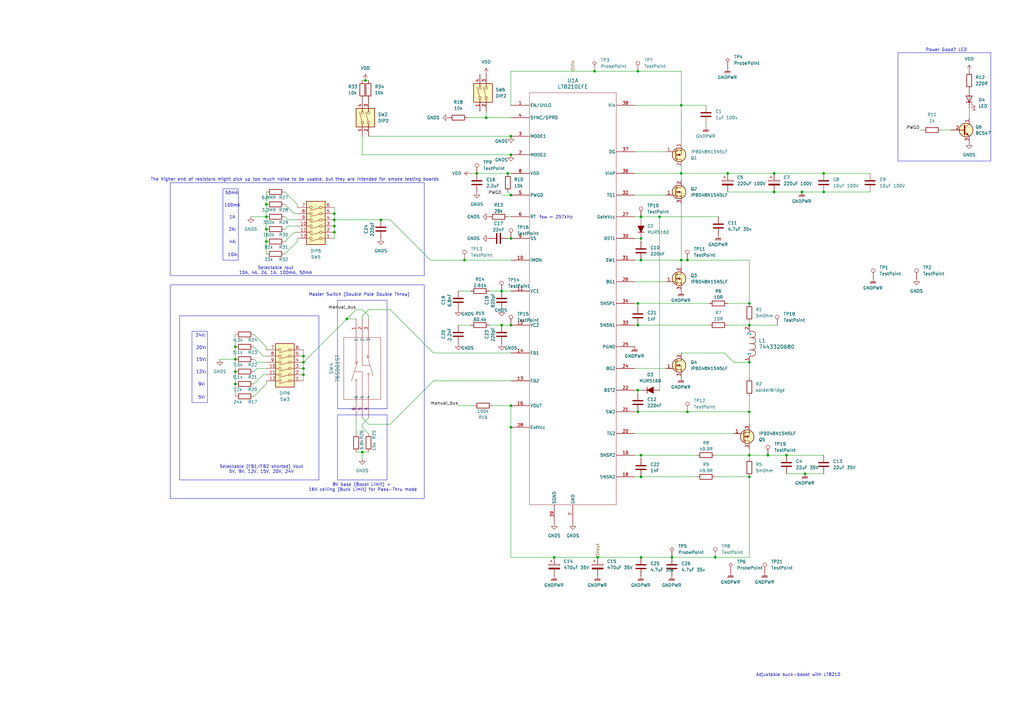
<source format=kicad_sch>
(kicad_sch (version 20250114) (generator "eeschema") (generator_version "9.0")
  (paper "A3")
  (rectangle (start 69.85 116.84) (end 173.99 204.47))
  (rectangle (start 138.43 170.18) (end 158.75 196.85))
  (rectangle (start 368.3 21.59) (end 406.4 66.04))
  (rectangle (start 73.66 129.54) (end 130.81 196.85))
  (rectangle (start 69.85 74.93) (end 173.99 113.03))
  (rectangle (start 78.74 135.89) (end 85.09 165.1))
  (rectangle (start 91.44 77.47) (end 97.79 106.68))
  (rectangle (start 138.43 123.19) (end 158.75 167.64))
  (text "1A" (at 95.25 89.154 0) (effects (font (size 1.27 1.27))))
  (text "Power Good? LED" (at 388.112 20.574 0) (effects (font (size 1.27 1.27))))
  (text "20V:" (at 82.55 142.748 0) (effects (font (size 1.27 1.27))))
  (text "5V:\n" (at 82.804 163.068 0) (effects (font (size 1.27 1.27))))
  (text "Selectable (FB1/FB2 shorted) Vout\n5V, 9V, 12V, 15V, 20V, 24V" (at 107.188 192.532 0) (effects (font (size 1.27 1.27))))
  (text "100mA" (at 95.25 84.328 0) (effects (font (size 1.27 1.27))))
  (text "fsw = 257kHz" (at 228.092 89.154 0) (effects (font (size 1.27 1.27))))
  (text "8V base (Boost Limit) + \n16V ceiling (Buck Limit) for Pass-Thru mode" (at 148.844 199.898 0) (effects (font (size 1.27 1.27))))
  (text "4A:" (at 95.504 99.314 0) (effects (font (size 1.27 1.27))))
  (text "12V:" (at 82.55 152.654 0) (effects (font (size 1.27 1.27))))
  (text "24V:" (at 82.296 137.668 0) (effects (font (size 1.27 1.27))))
  (text "10A:" (at 95.504 104.648 0) (effects (font (size 1.27 1.27))))
  (text "15V:" (at 82.55 147.574 0) (effects (font (size 1.27 1.27))))
  (text "2A:" (at 95.25 94.234 0) (effects (font (size 1.27 1.27))))
  (text "Adjustable buck-boost with LT8210" (at 327.406 276.86 0) (effects (font (size 1.27 1.27))))
  (text "The higher end of resistors might pick up too much noise to be usable, but they are intended for smoke testing boards" (at 120.904 73.66 0) (effects (font (size 1.27 1.27))))
  (text "9V:" (at 82.804 157.734 0) (effects (font (size 1.27 1.27))))
  (text "Selectable Iout\n10A, 4A, 2A, 1A, 100mA, 50mA" (at 113.03 110.998 0) (effects (font (size 1.27 1.27))))
  (text "50mA" (at 94.996 79.248 0) (effects (font (size 1.27 1.27))))
  (text "Master Switch (Double Pole Double Throw)" (at 147.32 120.904 0) (effects (font (size 1.27 1.27))))
  (junction (at 262.89 195.58))
  (junction (at 307.34 168.91))
  (junction (at 137.16 95.25))
  (junction (at 109.22 99.06))
  (junction (at 275.59 228.6))
  (junction (at 195.58 71.12))
  (junction (at 328.93 78.74))
  (junction (at 262.89 106.68))
  (junction (at 109.22 93.98))
  (junction (at 279.4 106.68))
  (junction (at 262.89 97.79))
  (junction (at 124.46 151.13))
  (junction (at 124.46 153.67))
  (junction (at 205.74 119.38))
  (junction (at 337.82 78.74))
  (junction (at 137.16 90.17))
  (junction (at 209.55 97.79))
  (junction (at 307.34 195.58))
  (junction (at 307.34 133.35))
  (junction (at 209.55 133.35))
  (junction (at 137.16 92.71))
  (junction (at 190.5 106.68))
  (junction (at 270.51 88.9))
  (junction (at 209.55 63.5))
  (junction (at 243.84 29.21))
  (junction (at 149.86 33.02))
  (junction (at 109.22 88.9))
  (junction (at 262.89 186.69))
  (junction (at 96.52 152.4))
  (junction (at 314.96 186.69))
  (junction (at 279.4 43.18))
  (junction (at 279.4 71.12))
  (junction (at 209.55 55.88))
  (junction (at 245.11 228.6))
  (junction (at 148.59 185.42))
  (junction (at 209.55 175.26))
  (junction (at 227.33 228.6))
  (junction (at 205.74 133.35))
  (junction (at 307.34 124.46))
  (junction (at 337.82 71.12))
  (junction (at 96.52 157.48))
  (junction (at 156.21 90.17))
  (junction (at 281.94 168.91))
  (junction (at 261.62 133.35))
  (junction (at 208.28 71.12))
  (junction (at 109.22 83.82))
  (junction (at 298.45 71.12))
  (junction (at 261.62 168.91))
  (junction (at 261.62 124.46))
  (junction (at 293.37 228.6))
  (junction (at 330.2 194.31))
  (junction (at 96.52 147.32))
  (junction (at 261.62 160.02))
  (junction (at 307.34 186.69))
  (junction (at 209.55 166.37))
  (junction (at 262.89 228.6))
  (junction (at 96.52 142.24))
  (junction (at 124.46 146.05))
  (junction (at 317.5 71.12))
  (junction (at 322.58 186.69))
  (junction (at 142.24 130.81))
  (junction (at 261.62 29.21))
  (junction (at 199.39 48.26))
  (junction (at 137.16 87.63))
  (junction (at 281.94 106.68))
  (junction (at 317.5 78.74))
  (junction (at 307.34 148.59))
  (junction (at 209.55 80.01))
  (junction (at 124.46 148.59))
  (junction (at 262.89 88.9))
  (wire (pts (xy 105.41 148.59) (xy 104.14 147.32)))
  (wire (pts (xy 146.05 171.45) (xy 146.05 177.8)))
  (wire (pts (xy 260.35 124.46) (xy 261.62 124.46)))
  (wire (pts (xy 297.18 144.78) (xy 300.99 148.59)))
  (wire (pts (xy 118.11 90.17) (xy 116.84 88.9)))
  (wire (pts (xy 160.02 173.99) (xy 177.8 156.21)))
  (wire (pts (xy 260.35 71.12) (xy 279.4 71.12)))
  (wire (pts (xy 148.59 33.02) (xy 149.86 33.02)))
  (wire (pts (xy 270.51 88.9) (xy 294.64 88.9)))
  (wire (pts (xy 261.62 168.91) (xy 281.94 168.91)))
  (wire (pts (xy 137.16 90.17) (xy 137.16 87.63)))
  (wire (pts (xy 109.22 99.06) (xy 109.22 93.98)))
  (wire (pts (xy 279.4 43.18) (xy 289.56 43.18)))
  (wire (pts (xy 151.13 127) (xy 160.02 127)))
  (wire (pts (xy 151.13 171.45) (xy 148.59 173.99)))
  (wire (pts (xy 279.4 43.18) (xy 279.4 58.42)))
  (wire (pts (xy 109.22 88.9) (xy 102.87 88.9)))
  (wire (pts (xy 260.35 43.18) (xy 279.4 43.18)))
  (wire (pts (xy 109.22 93.98) (xy 109.22 88.9)))
  (wire (pts (xy 121.92 90.17) (xy 118.11 90.17)))
  (wire (pts (xy 107.95 146.05) (xy 104.14 142.24)))
  (wire (pts (xy 262.89 195.58) (xy 285.75 195.58)))
  (wire (pts (xy 281.94 106.68) (xy 307.34 106.68)))
  (wire (pts (xy 260.35 62.23) (xy 273.05 62.23)))
  (wire (pts (xy 208.28 71.12) (xy 209.55 71.12)))
  (wire (pts (xy 262.89 88.9) (xy 270.51 88.9)))
  (wire (pts (xy 148.59 63.5) (xy 209.55 63.5)))
  (wire (pts (xy 261.62 124.46) (xy 290.83 124.46)))
  (wire (pts (xy 330.2 194.31) (xy 337.82 194.31)))
  (wire (pts (xy 142.24 130.81) (xy 146.05 127)))
  (wire (pts (xy 314.96 186.69) (xy 322.58 186.69)))
  (wire (pts (xy 205.74 80.01) (xy 209.55 80.01)))
  (wire (pts (xy 322.58 194.31) (xy 330.2 194.31)))
  (wire (pts (xy 307.34 132.08) (xy 307.34 133.35)))
  (wire (pts (xy 208.28 88.9) (xy 209.55 88.9)))
  (wire (pts (xy 209.55 106.68) (xy 190.5 106.68)))
  (wire (pts (xy 298.45 124.46) (xy 307.34 124.46)))
  (wire (pts (xy 205.74 119.38) (xy 209.55 119.38)))
  (wire (pts (xy 275.59 228.6) (xy 293.37 228.6)))
  (wire (pts (xy 121.92 83.82) (xy 116.84 78.74)))
  (wire (pts (xy 151.13 173.99) (xy 160.02 173.99)))
  (wire (pts (xy 121.92 85.09) (xy 121.92 83.82)))
  (wire (pts (xy 209.55 166.37) (xy 209.55 175.26)))
  (wire (pts (xy 146.05 130.81) (xy 142.24 130.81)))
  (wire (pts (xy 261.62 160.02) (xy 261.62 161.29)))
  (wire (pts (xy 262.89 88.9) (xy 262.89 90.17)))
  (wire (pts (xy 146.05 185.42) (xy 148.59 185.42)))
  (wire (pts (xy 262.89 186.69) (xy 262.89 187.96)))
  (wire (pts (xy 260.35 133.35) (xy 261.62 133.35)))
  (wire (pts (xy 307.34 184.15) (xy 307.34 186.69)))
  (wire (pts (xy 397.51 44.45) (xy 397.51 48.26)))
  (wire (pts (xy 307.34 195.58) (xy 307.34 228.6)))
  (wire (pts (xy 124.46 151.13) (xy 124.46 148.59)))
  (wire (pts (xy 262.89 106.68) (xy 279.4 106.68)))
  (wire (pts (xy 279.4 144.78) (xy 297.18 144.78)))
  (wire (pts (xy 260.35 97.79) (xy 262.89 97.79)))
  (wire (pts (xy 208.28 97.79) (xy 209.55 97.79)))
  (wire (pts (xy 187.96 166.37) (xy 194.31 166.37)))
  (wire (pts (xy 124.46 146.05) (xy 124.46 143.51)))
  (wire (pts (xy 377.19 53.34) (xy 378.46 53.34)))
  (wire (pts (xy 243.84 29.21) (xy 261.62 29.21)))
  (wire (pts (xy 279.4 71.12) (xy 298.45 71.12)))
  (wire (pts (xy 322.58 186.69) (xy 337.82 186.69)))
  (wire (pts (xy 386.08 53.34) (xy 389.89 53.34)))
  (wire (pts (xy 109.22 146.05) (xy 107.95 146.05)))
  (wire (pts (xy 160.02 127) (xy 177.8 144.78)))
  (wire (pts (xy 190.5 106.68) (xy 176.53 106.68)))
  (wire (pts (xy 156.21 90.17) (xy 137.16 90.17)))
  (wire (pts (xy 261.62 133.35) (xy 290.83 133.35)))
  (wire (pts (xy 109.22 156.21) (xy 109.22 157.48)))
  (wire (pts (xy 109.22 104.14) (xy 109.22 99.06)))
  (wire (pts (xy 109.22 88.9) (xy 109.22 83.82)))
  (wire (pts (xy 209.55 80.01) (xy 208.28 78.74)))
  (wire (pts (xy 307.34 133.35) (xy 318.77 133.35)))
  (wire (pts (xy 176.53 106.68) (xy 160.02 90.17)))
  (wire (pts (xy 298.45 71.12) (xy 317.5 71.12)))
  (wire (pts (xy 227.33 228.6) (xy 245.11 228.6)))
  (wire (pts (xy 260.35 195.58) (xy 262.89 195.58)))
  (wire (pts (xy 317.5 71.12) (xy 337.82 71.12)))
  (wire (pts (xy 200.66 119.38) (xy 205.74 119.38)))
  (wire (pts (xy 121.92 87.63) (xy 120.65 87.63)))
  (wire (pts (xy 279.4 71.12) (xy 279.4 73.66)))
  (wire (pts (xy 245.11 228.6) (xy 262.89 228.6)))
  (wire (pts (xy 279.4 106.68) (xy 281.94 106.68)))
  (wire (pts (xy 120.65 87.63) (xy 116.84 83.82)))
  (wire (pts (xy 148.59 175.26) (xy 151.13 177.8)))
  (wire (pts (xy 260.35 160.02) (xy 261.62 160.02)))
  (wire (pts (xy 209.55 29.21) (xy 209.55 43.18)))
  (wire (pts (xy 260.35 186.69) (xy 262.89 186.69)))
  (wire (pts (xy 109.22 142.24) (xy 104.14 137.16)))
  (wire (pts (xy 124.46 148.59) (xy 142.24 130.81)))
  (wire (pts (xy 261.62 124.46) (xy 261.62 125.73)))
  (wire (pts (xy 121.92 99.06) (xy 116.84 104.14)))
  (wire (pts (xy 109.22 148.59) (xy 105.41 148.59)))
  (wire (pts (xy 279.4 29.21) (xy 279.4 43.18)))
  (wire (pts (xy 109.22 143.51) (xy 109.22 142.24)))
  (wire (pts (xy 96.52 147.32) (xy 90.17 147.32)))
  (wire (pts (xy 96.52 142.24) (xy 96.52 137.16)))
  (wire (pts (xy 307.34 106.68) (xy 307.34 124.46)))
  (wire (pts (xy 209.55 228.6) (xy 227.33 228.6)))
  (wire (pts (xy 109.22 153.67) (xy 107.95 153.67)))
  (wire (pts (xy 109.22 151.13) (xy 105.41 151.13)))
  (wire (pts (xy 260.35 151.13) (xy 273.05 151.13)))
  (wire (pts (xy 307.34 148.59) (xy 307.34 154.94)))
  (wire (pts (xy 148.59 171.45) (xy 151.13 173.99)))
  (wire (pts (xy 279.4 83.82) (xy 279.4 106.68)))
  (wire (pts (xy 191.77 48.26) (xy 199.39 48.26)))
  (wire (pts (xy 293.37 228.6) (xy 307.34 228.6)))
  (wire (pts (xy 307.34 186.69) (xy 314.96 186.69)))
  (wire (pts (xy 337.82 71.12) (xy 356.87 71.12)))
  (wire (pts (xy 298.45 78.74) (xy 317.5 78.74)))
  (wire (pts (xy 124.46 153.67) (xy 124.46 151.13)))
  (wire (pts (xy 105.41 151.13) (xy 104.14 152.4)))
  (wire (pts (xy 151.13 130.81) (xy 151.13 129.54)))
  (wire (pts (xy 187.96 119.38) (xy 193.04 119.38)))
  (wire (pts (xy 307.34 168.91) (xy 307.34 173.99)))
  (wire (pts (xy 148.59 173.99) (xy 148.59 175.26)))
  (wire (pts (xy 262.89 228.6) (xy 275.59 228.6)))
  (wire (pts (xy 148.59 185.42) (xy 151.13 185.42)))
  (wire (pts (xy 137.16 95.25) (xy 137.16 92.71)))
  (wire (pts (xy 195.58 71.12) (xy 208.28 71.12)))
  (wire (pts (xy 200.66 133.35) (xy 205.74 133.35)))
  (wire (pts (xy 121.92 92.71) (xy 118.11 92.71)))
  (wire (pts (xy 137.16 87.63) (xy 137.16 85.09)))
  (wire (pts (xy 307.34 162.56) (xy 307.34 168.91)))
  (wire (pts (xy 118.11 92.71) (xy 116.84 93.98)))
  (wire (pts (xy 177.8 144.78) (xy 209.55 144.78)))
  (wire (pts (xy 260.35 168.91) (xy 261.62 168.91)))
  (wire (pts (xy 148.59 55.88) (xy 148.59 63.5)))
  (wire (pts (xy 307.34 186.69) (xy 307.34 187.96)))
  (wire (pts (xy 148.59 130.81) (xy 148.59 129.54)))
  (wire (pts (xy 298.45 133.35) (xy 307.34 133.35)))
  (wire (pts (xy 187.96 133.35) (xy 193.04 133.35)))
  (wire (pts (xy 121.92 95.25) (xy 120.65 95.25)))
  (wire (pts (xy 260.35 177.8) (xy 300.99 177.8)))
  (wire (pts (xy 177.8 156.21) (xy 209.55 156.21)))
  (wire (pts (xy 293.37 195.58) (xy 307.34 195.58)))
  (wire (pts (xy 193.04 71.12) (xy 195.58 71.12)))
  (wire (pts (xy 124.46 156.21) (xy 124.46 153.67)))
  (wire (pts (xy 205.74 133.35) (xy 209.55 133.35)))
  (wire (pts (xy 107.95 153.67) (xy 104.14 157.48)))
  (wire (pts (xy 199.39 48.26) (xy 209.55 48.26)))
  (wire (pts (xy 124.46 148.59) (xy 124.46 146.05)))
  (wire (pts (xy 109.22 83.82) (xy 109.22 78.74)))
  (wire (pts (xy 160.02 90.17) (xy 156.21 90.17)))
  (wire (pts (xy 148.59 127) (xy 146.05 127)))
  (wire (pts (xy 279.4 106.68) (xy 279.4 109.22)))
  (wire (pts (xy 149.86 33.02) (xy 151.13 33.02)))
  (wire (pts (xy 289.56 52.07) (xy 289.56 50.8)))
  (wire (pts (xy 281.94 168.91) (xy 307.34 168.91)))
  (wire (pts (xy 261.62 29.21) (xy 279.4 29.21)))
  (wire (pts (xy 270.51 88.9) (xy 270.51 160.02)))
  (wire (pts (xy 209.55 29.21) (xy 243.84 29.21)))
  (wire (pts (xy 201.93 166.37) (xy 209.55 166.37)))
  (wire (pts (xy 96.52 152.4) (xy 96.52 147.32)))
  (wire (pts (xy 151.13 55.88) (xy 209.55 55.88)))
  (wire (pts (xy 300.99 148.59) (xy 307.34 148.59)))
  (wire (pts (xy 260.35 115.57) (xy 273.05 115.57)))
  (wire (pts (xy 96.52 157.48) (xy 96.52 152.4)))
  (wire (pts (xy 317.5 78.74) (xy 328.93 78.74)))
  (wire (pts (xy 199.39 45.72) (xy 199.39 48.26)))
  (wire (pts (xy 137.16 97.79) (xy 137.16 95.25)))
  (wire (pts (xy 279.4 68.58) (xy 279.4 71.12)))
  (wire (pts (xy 209.55 175.26) (xy 209.55 228.6)))
  (wire (pts (xy 262.89 97.79) (xy 262.89 99.06)))
  (wire (pts (xy 148.59 129.54) (xy 151.13 127)))
  (wire (pts (xy 328.93 78.74) (xy 337.82 78.74)))
  (wire (pts (xy 261.62 160.02) (xy 262.89 160.02)))
  (wire (pts (xy 137.16 92.71) (xy 137.16 90.17)))
  (wire (pts (xy 260.35 80.01) (xy 273.05 80.01)))
  (wire (pts (xy 120.65 95.25) (xy 116.84 99.06)))
  (wire (pts (xy 293.37 186.69) (xy 307.34 186.69)))
  (wire (pts (xy 262.89 186.69) (xy 285.75 186.69)))
  (wire (pts (xy 260.35 106.68) (xy 262.89 106.68)))
  (wire (pts (xy 148.59 185.42) (xy 148.59 187.96)))
  (wire (pts (xy 260.35 88.9) (xy 262.89 88.9)))
  (wire (pts (xy 109.22 157.48) (xy 104.14 162.56)))
  (wire (pts (xy 337.82 78.74) (xy 356.87 78.74)))
  (wire (pts (xy 96.52 147.32) (xy 96.52 142.24)))
  (wire (pts (xy 96.52 162.56) (xy 96.52 157.48)))
  (wire (pts (xy 121.92 97.79) (xy 121.92 99.06)))
  (wire (pts (xy 151.13 129.54) (xy 148.59 127)))
  (label "PWGD" (at 377.19 53.34 180))
  (label "PWGD" (at 205.74 80.01 180))
  (label "manual_bus" (at 187.96 166.37 180))
  (label "manual_bus" (at 146.05 127 180))
  (hierarchical_label "Vin" (shape input) (at 234.95 29.21 90))
  (hierarchical_label "Vout" (shape input) (at 245.11 228.6 90))
  (symbol (lib_id "power:VDD") (at 193.04 71.12 90) (unit 1)
    (property "Reference" "#PWR01" (effects (hide yes)))
    (property "Value" "VDD" (at 189.23 71.1199 90) (effects (justify left)))
    (property "Description" "Power symbol creates a global label with name \"VDD\"" (effects (hide yes)))
  )
  (symbol (lib_id "power:GNDS") (at 200.66 88.9 270) (unit 1)
    (property "Reference" "#PWR019" (effects (hide yes)))
    (property "Value" "GNDS" (at 196.85 88.8999 90) (effects (justify right)))
    (property "Description" "Power symbol creates a global label with name \"GNDS\" , signal ground" (effects (hide yes)))
  )
  (symbol (lib_id "PCM_Resistor_AKL:R_0805") (at 100.33 157.48 270) (unit 1)
    (property "Reference" "R20" (at 103.632 159.766 90))
    (property "Value" "12k" (at 97.536 159.766 90))
    (property "Footprint" "PCM_Resistor_SMD_AKL:R_0805_2012Metric_Pad1.20x1.40mm_HandSolder" (effects (hide yes)))
    (property "Description" "SMD 0805 Chip Resistor, European Symbol, Alternate KiCad Library" (effects (hide yes)))
  )
  (symbol (lib_id "power:GNDPWR") (at 245.11 236.22 0) (unit 1)
    (property "Reference" "#PWR011" (effects (hide yes)))
    (property "Value" "GNDPWR" (at 244.983 240.03 0))
    (property "Description" "Power symbol creates a global label with name \"GNDPWR\" , global ground" (effects (hide yes)))
  )
  (symbol (lib_id "PCM_Resistor_AKL:R_0805") (at 100.33 142.24 270) (unit 1)
    (property "Reference" "R23" (at 103.632 144.526 90))
    (property "Value" "5.1k" (at 97.536 144.526 90))
    (property "Footprint" "PCM_Resistor_SMD_AKL:R_0805_2012Metric_Pad1.20x1.40mm_HandSolder" (effects (hide yes)))
    (property "Description" "SMD 0805 Chip Resistor, European Symbol, Alternate KiCad Library" (effects (hide yes)))
  )
  (symbol (lib_id "Connector:TestPoint") (at 281.94 168.91 0) (unit 1)
    (property "Reference" "TP12" (at 284.48 164.3379 0) (effects (justify left)))
    (property "Value" "TestPoint" (at 284.48 166.8779 0) (effects (justify left)))
    (property "Footprint" "Connector_Pin:Pin_D1.3mm_L11.0mm" (effects (hide yes)))
    (property "Description" "test point" (effects (hide yes)))
  )
  (symbol (lib_id "Connector:TestPoint") (at 205.74 119.38 0) (unit 1)
    (property "Reference" "TP14" (at 208.28 114.8079 0) (effects (justify left)))
    (property "Value" "TestPoint" (at 208.28 117.3479 0) (effects (justify left)))
    (property "Footprint" "Connector_Pin:Pin_D1.3mm_L11.0mm" (effects (hide yes)))
    (property "Description" "test point" (effects (hide yes)))
  )
  (symbol (lib_id "PCM_Resistor_AKL:R_0805") (at 100.33 147.32 270) (unit 1)
    (property "Reference" "R22" (at 103.632 149.606 90))
    (property "Value" "7.5k" (at 97.536 149.606 90))
    (property "Footprint" "PCM_Resistor_SMD_AKL:R_0805_2012Metric_Pad1.20x1.40mm_HandSolder" (effects (hide yes)))
    (property "Description" "SMD 0805 Chip Resistor, European Symbol, Alternate KiCad Library" (effects (hide yes)))
  )
  (symbol (lib_id "power:GNDPWR") (at 262.89 236.22 0) (unit 1)
    (property "Reference" "#PWR012" (effects (hide yes)))
    (property "Value" "GNDPWR" (at 262.763 240.03 0))
    (property "Description" "Power symbol creates a global label with name \"GNDPWR\" , global ground" (effects (hide yes)))
  )
  (symbol (lib_id "PCM_Capacitor_AKL:C_1206") (at 322.58 190.5 0) (unit 1)
    (property "Reference" "C4" (at 326.39 189.2299 0) (effects (justify left)))
    (property "Value" "22uF 35V" (at 326.39 191.7699 0) (effects (justify left)))
    (property "Footprint" "Capacitor_SMD:C_1206_3216Metric_Pad1.33x1.80mm_HandSolder" (effects (hide yes)))
    (property "Description" "SMD 1206 MLCC capacitor, Alternate KiCad Library" (effects (hide yes)))
  )
  (symbol (lib_id "Switch:SW_DIP_x06") (at 129.54 90.17 180) (unit 1)
    (property "Reference" "SW5" (at 129.54 105.41 0))
    (property "Value" "DIP6" (at 129.54 102.87 0))
    (property "Footprint" "Button_Switch_SMD:6DIPCFS" (effects (hide yes)))
    (property "Description" "6x DIP Switch, Single Pole Single Throw (SPST) switch, small symbol" (effects (hide yes)))
  )
  (symbol (lib_id "PCM_Capacitor_AKL:C_0805") (at 205.74 137.16 180) (unit 1)
    (property "Reference" "C23" (at 199.644 137.16 90))
    (property "Value" "220pF" (at 202.184 137.16 90))
    (property "Footprint" "PCM_Capacitor_SMD_AKL:C_0805_2012Metric" (effects (hide yes)))
    (property "Description" "SMD 0805 MLCC capacitor, Alternate KiCad Library" (effects (hide yes)))
  )
  (symbol (lib_id "Connector:TestPoint") (at 281.94 106.68 0) (unit 1)
    (property "Reference" "TP11" (at 284.48 102.1079 0) (effects (justify left)))
    (property "Value" "TestPoint" (at 284.48 104.6479 0) (effects (justify left)))
    (property "Footprint" "Connector_Pin:Pin_D1.3mm_L11.0mm" (effects (hide yes)))
    (property "Description" "test point" (effects (hide yes)))
  )
  (symbol (lib_id "power:GNDS") (at 375.92 114.3 0) (unit 1)
    (property "Reference" "#PWR035" (effects (hide yes)))
    (property "Value" "GNDS" (at 375.92 119.38 0))
    (property "Description" "Power symbol creates a global label with name \"GNDS\" , signal ground" (effects (hide yes)))
  )
  (symbol (lib_id "Transformer:7443320680") (at 307.34 133.35 270) (unit 1)
    (property "Reference" "L1" (at 311.15 139.6999 90) (effects (font (size 1.524 1.524)) (justify left)))
    (property "Value" "7443320680" (at 311.15 142.2399 90) (effects (font (size 1.524 1.524)) (justify left)))
    (property "Footprint" "Inductor_SMD_Wurth:IND_1210-WE-HCC_WRE" (effects (hide yes)))
    (property "Datasheet" "https://www.we-online.com/catalog/datasheet/7443320680.pdf" (effects (hide yes)))
  )
  (symbol (lib_id "Connector:TestPoint") (at 375.92 114.3 0) (unit 1)
    (property "Reference" "TP2" (at 378.46 109.7279 0) (effects (justify left)))
    (property "Value" "TestPoint" (at 378.46 112.2679 0) (effects (justify left)))
    (property "Footprint" "Connector_Pin:Pin_D1.3mm_L11.0mm" (effects (hide yes)))
    (property "Description" "test point" (effects (hide yes)))
  )
  (symbol (lib_id "Connector:TestPoint") (at 209.55 133.35 0) (unit 1)
    (property "Reference" "TP15" (at 212.09 128.7779 0) (effects (justify left)))
    (property "Value" "TestPoint" (at 212.09 131.3179 0) (effects (justify left)))
    (property "Footprint" "Connector_Pin:Pin_D1.3mm_L11.0mm" (effects (hide yes)))
    (property "Description" "test point" (effects (hide yes)))
  )
  (symbol (lib_id "power:GNDS") (at 184.15 48.26 270) (unit 1)
    (property "Reference" "#PWR033" (effects (hide yes)))
    (property "Value" "GNDS" (at 180.34 48.2599 90) (effects (justify right)))
    (property "Description" "Power symbol creates a global label with name \"GNDS\" , signal ground" (effects (hide yes)))
  )
  (symbol (lib_id "power:GNDS") (at 234.95 214.63 0) (unit 1)
    (property "Reference" "#PWR02" (effects (hide yes)))
    (property "Value" "GNDS" (at 234.95 219.71 0))
    (property "Description" "Power symbol creates a global label with name \"GNDS\" , signal ground" (effects (hide yes)))
  )
  (symbol (lib_id "PCM_Resistor_AKL:R_0805") (at 382.27 53.34 90) (unit 1)
    (property "Reference" "R11" (at 382.27 46.99 90))
    (property "Value" "1k" (at 382.27 49.53 90))
    (property "Footprint" "PCM_Resistor_SMD_AKL:R_0805_2012Metric_Pad1.20x1.40mm_HandSolder" (effects (hide yes)))
    (property "Description" "SMD 0805 Chip Resistor, European Symbol, Alternate KiCad Library" (effects (hide yes)))
  )
  (symbol (lib_id "PCM_Resistor_AKL:R_0805") (at 113.03 78.74 270) (unit 1)
    (property "Reference" "R27" (at 116.332 81.026 90))
    (property "Value" "6.8MR" (at 110.236 81.026 90))
    (property "Footprint" "PCM_Resistor_SMD_AKL:R_0805_2012Metric_Pad1.20x1.40mm_HandSolder" (effects (hide yes)))
    (property "Description" "SMD 0805 Chip Resistor, European Symbol, Alternate KiCad Library" (effects (hide yes)))
  )
  (symbol (lib_id "PCM_Resistor_AKL:R_0805") (at 113.03 83.82 270) (unit 1)
    (property "Reference" "R28" (at 116.332 86.106 90))
    (property "Value" "3.3MR" (at 110.236 86.106 90))
    (property "Footprint" "PCM_Resistor_SMD_AKL:R_0805_2012Metric_Pad1.20x1.40mm_HandSolder" (effects (hide yes)))
    (property "Description" "SMD 0805 Chip Resistor, European Symbol, Alternate KiCad Library" (effects (hide yes)))
  )
  (symbol (lib_id "Connector:TestPoint_Alt") (at 299.72 234.95 0) (unit 1)
    (property "Reference" "TP6" (at 302.26 230.3779 0) (effects (justify left)))
    (property "Value" "ProbePoint" (at 302.26 232.9179 0) (effects (justify left)))
    (property "Footprint" "Connector_Pin:Pin_D1.1mm_L10.2mm_W3.5mm_Flat" (effects (hide yes)))
    (property "Description" "test point (alternative shape)" (effects (hide yes)))
  )
  (symbol (lib_id "power:GNDS") (at 200.66 97.79 270) (unit 1)
    (property "Reference" "#PWR020" (effects (hide yes)))
    (property "Value" "GNDS" (at 196.85 97.7899 90) (effects (justify right)))
    (property "Description" "Power symbol creates a global label with name \"GNDS\" , signal ground" (effects (hide yes)))
  )
  (symbol (lib_id "Connector:TestPoint") (at 209.55 97.79 0) (unit 1)
    (property "Reference" "TP16" (at 212.09 93.2179 0) (effects (justify left)))
    (property "Value" "TestPoint" (at 212.09 95.7579 0) (effects (justify left)))
    (property "Footprint" "Connector_Pin:Pin_D1.3mm_L11.0mm" (effects (hide yes)))
    (property "Description" "test point" (effects (hide yes)))
  )
  (symbol (lib_id "PCM_Resistor_AKL:R_0805") (at 198.12 166.37 270) (unit 1)
    (property "Reference" "R16" (at 198.12 171.196 90))
    (property "Value" "100k" (at 198.12 168.656 90))
    (property "Footprint" "PCM_Resistor_SMD_AKL:R_0805_2012Metric_Pad1.20x1.40mm_HandSolder" (effects (hide yes)))
    (property "Description" "SMD 0805 Chip Resistor, European Symbol, Alternate KiCad Library" (effects (hide yes)))
  )
  (symbol (lib_id "power:GNDS") (at 397.51 58.42 0) (unit 1)
    (property "Reference" "#PWR014" (effects (hide yes)))
    (property "Value" "GNDS" (at 397.51 63.5 0))
    (property "Description" "Power symbol creates a global label with name \"GNDS\" , signal ground" (effects (hide yes)))
  )
  (symbol (lib_id "PCM_Capacitor_AKL:C_0805") (at 289.56 46.99 0) (unit 1)
    (property "Reference" "C1" (at 293.37 45.7199 0) (effects (justify left)))
    (property "Value" "1uF 100v" (at 293.37 48.2599 0) (effects (justify left)))
    (property "Footprint" "PCM_Capacitor_SMD_AKL:C_0805_2012Metric" (effects (hide yes)))
    (property "Description" "SMD 0805 MLCC capacitor, Alternate KiCad Library" (effects (hide yes)))
  )
  (symbol (lib_id "power:VDD") (at 397.51 29.21 0) (unit 1)
    (property "Reference" "#PWR018" (effects (hide yes)))
    (property "Value" "VDD" (at 397.51 24.13 0))
    (property "Description" "Power symbol creates a global label with name \"VDD\"" (effects (hide yes)))
  )
  (symbol (lib_id "power:GNDS") (at 195.58 78.74 0) (unit 1)
    (property "Reference" "#PWR017" (effects (hide yes)))
    (property "Value" "GNDS" (at 195.58 83.82 0))
    (property "Description" "Power symbol creates a global label with name \"GNDS\" , signal ground" (effects (hide yes)))
  )
  (symbol (lib_id "power:GNDS") (at 227.33 214.63 0) (unit 1)
    (property "Reference" "#PWR013" (effects (hide yes)))
    (property "Value" "GNDS" (at 227.33 219.71 0))
    (property "Description" "Power symbol creates a global label with name \"GNDS\" , signal ground" (effects (hide yes)))
  )
  (symbol (lib_id "PCM_Resistor_AKL:R_0805") (at 113.03 104.14 270) (unit 1)
    (property "Reference" "R32" (at 116.332 106.426 90))
    (property "Value" "33k" (at 110.236 106.426 90))
    (property "Footprint" "PCM_Resistor_SMD_AKL:R_0805_2012Metric_Pad1.20x1.40mm_HandSolder" (effects (hide yes)))
    (property "Description" "SMD 0805 Chip Resistor, European Symbol, Alternate KiCad Library" (effects (hide yes)))
  )
  (symbol (lib_id "Connector:TestPoint_Alt") (at 275.59 228.6 0) (unit 1)
    (property "Reference" "TP5" (at 278.13 224.0279 0) (effects (justify left)))
    (property "Value" "ProbePoint" (at 278.13 226.5679 0) (effects (justify left)))
    (property "Footprint" "Connector_Pin:Pin_D1.1mm_L10.2mm_W3.5mm_Flat" (effects (hide yes)))
    (property "Description" "test point (alternative shape)" (effects (hide yes)))
  )
  (symbol (lib_id "power:GNDS") (at 205.74 140.97 0) (unit 1)
    (property "Reference" "#PWR024" (effects (hide yes)))
    (property "Value" "GNDS" (at 209.55 142.748 0))
    (property "Description" "Power symbol creates a global label with name \"GNDS\" , signal ground" (effects (hide yes)))
  )
  (symbol (lib_id "PCM_Resistor_AKL:R_0805") (at 100.33 137.16 270) (unit 1)
    (property "Reference" "R24" (at 103.632 139.446 90))
    (property "Value" "4.3k" (at 97.536 139.446 90))
    (property "Footprint" "PCM_Resistor_SMD_AKL:R_0805_2012Metric_Pad1.20x1.40mm_HandSolder" (effects (hide yes)))
    (property "Description" "SMD 0805 Chip Resistor, European Symbol, Alternate KiCad Library" (effects (hide yes)))
  )
  (symbol (lib_id "PCM_Capacitor_AKL:C_0805") (at 294.64 92.71 0) (unit 1)
    (property "Reference" "C11" (at 298.45 91.4399 0) (effects (justify left)))
    (property "Value" "4.7uF 35v" (at 298.45 93.9799 0) (effects (justify left)))
    (property "Footprint" "PCM_Capacitor_SMD_AKL:C_0805_2012Metric" (effects (hide yes)))
    (property "Description" "SMD 0805 MLCC capacitor, Alternate KiCad Library" (effects (hide yes)))
  )
  (symbol (lib_id "PCM_Resistor_AKL:R_0805") (at 187.96 48.26 90) (unit 1)
    (property "Reference" "R18" (at 187.96 41.91 90))
    (property "Value" "10k" (at 187.96 44.45 90))
    (property "Footprint" "PCM_Resistor_SMD_AKL:R_0805_2012Metric_Pad1.20x1.40mm_HandSolder" (effects (hide yes)))
    (property "Description" "SMD 0805 Chip Resistor, European Symbol, Alternate KiCad Library" (effects (hide yes)))
  )
  (symbol (lib_id "PCM_Resistor_AKL:R_2512") (at 307.34 191.77 0) (unit 1)
    (property "Reference" "R5" (at 309.88 190.4999 0) (effects (justify left)))
    (property "Value" "5mOhm" (at 309.88 193.0399 0) (effects (justify left)))
    (property "Footprint" "PCM_Resistor_SMD_AKL:R_2512_6332Metric" (effects (hide yes)))
    (property "Description" "SMD 2512 Chip Resistor, European Symbol, Alternate KiCad Library" (effects (hide yes)))
  )
  (symbol (lib_id "PCM_Resistor_AKL:R_0805") (at 148.59 36.83 0) (unit 1)
    (property "Reference" "R33" (at 142.748 35.56 0) (effects (justify left)))
    (property "Value" "10k" (at 142.748 38.1 0) (effects (justify left)))
    (property "Footprint" "PCM_Resistor_SMD_AKL:R_0805_2012Metric_Pad1.20x1.40mm_HandSolder" (effects (hide yes)))
    (property "Description" "SMD 0805 Chip Resistor, European Symbol, Alternate KiCad Library" (effects (hide yes)))
  )
  (symbol (lib_id "PCM_Capacitor_AKL:C_0805") (at 205.74 123.19 180) (unit 1)
    (property "Reference" "C18" (at 199.644 123.19 90))
    (property "Value" "820pF" (at 202.184 123.19 90))
    (property "Footprint" "PCM_Capacitor_SMD_AKL:C_0805_2012Metric" (effects (hide yes)))
    (property "Description" "SMD 0805 MLCC capacitor, Alternate KiCad Library" (effects (hide yes)))
  )
  (symbol (lib_id "PCM_Resistor_AKL:R_0805") (at 289.56 186.69 270) (unit 1)
    (property "Reference" "R8" (at 289.56 181.61 90))
    (property "Value" "49.9R" (at 289.56 184.15 90))
    (property "Footprint" "PCM_Resistor_SMD_AKL:R_0805_2012Metric_Pad1.20x1.40mm_HandSolder" (effects (hide yes)))
    (property "Description" "SMD 0805 Chip Resistor, European Symbol, Alternate KiCad Library" (effects (hide yes)))
  )
  (symbol (lib_id "PCM_Capacitor_AKL:C_0805") (at 261.62 165.1 0) (unit 1)
    (property "Reference" "C12" (at 265.43 163.8299 0) (effects (justify left)))
    (property "Value" "220nF" (at 265.43 166.3699 0) (effects (justify left)))
    (property "Footprint" "PCM_Capacitor_SMD_AKL:C_0805_2012Metric" (effects (hide yes)))
    (property "Description" "SMD 0805 MLCC capacitor, Alternate KiCad Library" (effects (hide yes)))
  )
  (symbol (lib_id "power:GNDPWR") (at 298.45 27.94 0) (unit 1)
    (property "Reference" "#PWR016" (effects (hide yes)))
    (property "Value" "GNDPWR" (at 298.323 31.75 0))
    (property "Description" "Power symbol creates a global label with name \"GNDPWR\" , global ground" (effects (hide yes)))
  )
  (symbol (lib_id "PCM_Resistor_AKL:R_0805") (at 113.03 93.98 270) (unit 1)
    (property "Reference" "R30" (at 116.332 96.266 90))
    (property "Value" "160k" (at 110.236 96.266 90))
    (property "Footprint" "PCM_Resistor_SMD_AKL:R_0805_2012Metric_Pad1.20x1.40mm_HandSolder" (effects (hide yes)))
    (property "Description" "SMD 0805 Chip Resistor, European Symbol, Alternate KiCad Library" (effects (hide yes)))
  )
  (symbol (lib_id "PCM_Transistor_MOSFET_AKL:IPB048N15N5LF") (at 276.86 114.3 0) (unit 1)
    (property "Reference" "Q3" (at 283.21 113.0299 0) (effects (justify left)))
    (property "Value" "IPB048N15N5LF" (at 283.21 115.5699 0) (effects (justify left)))
    (property "Footprint" "PCM_Package_TO_SOT_SMD_AKL:TO-263-2" (effects (hide yes)))
    (property "Datasheet" "https://www.tme.eu/Document/fc50ee780d85e9ab87e5420e12636046/IPB048N15N5LF.pdf" (effects (hide yes)))
    (property "Description" "TO-263 N-MOSFET enchancement mode transistor, 150V, 120A, 313W, Alternate KiCAD Library" (effects (hide yes)))
  )
  (symbol (lib_id "PCM_Capacitor_AKL:C_0805") (at 261.62 129.54 0) (unit 1)
    (property "Reference" "C21" (at 265.43 128.2699 0) (effects (justify left)))
    (property "Value" "1nF" (at 265.43 130.8099 0) (effects (justify left)))
    (property "Footprint" "PCM_Capacitor_SMD_AKL:C_0805_2012Metric" (effects (hide yes)))
    (property "Description" "SMD 0805 MLCC capacitor, Alternate KiCad Library" (effects (hide yes)))
  )
  (symbol (lib_id "Device:LED") (at 397.51 40.64 90) (unit 1)
    (property "Reference" "D4" (at 401.32 40.9574 90) (effects (justify right)))
    (property "Value" "LED" (at 401.32 43.4974 90) (effects (justify right)))
    (property "Footprint" "PCM_LED_THT_AKL_Double:LED_D3.0mm" (effects (hide yes)))
    (property "Description" "Light emitting diode" (effects (hide yes)))
    (property "Sim.Pins" "1=K 2=A" (effects (hide yes)))
  )
  (symbol (lib_id "PCM_Diode_AKL:MURS160") (at 266.7 160.02 180) (unit 1)
    (property "Reference" "D3" (at 266.7 153.67 0))
    (property "Value" "MURS160" (at 266.7 156.21 0))
    (property "Footprint" "PCM_Diode_SMD_AKL:D_SMB" (effects (hide yes)))
    (property "Datasheet" "https://www.vishay.com/docs/88688/murs140.pdf" (effects (hide yes)))
    (property "Description" "SMB Diode, Ultrafast Rectifier, 600V, 1A, 50ns, Alternate KiCad Library" (effects (hide yes)))
  )
  (symbol (lib_id "PCM_Resistor_AKL:R_2512") (at 307.34 128.27 0) (unit 1)
    (property "Reference" "R1" (at 309.88 126.9999 0) (effects (justify left)))
    (property "Value" "5mOhm" (at 309.88 129.5399 0) (effects (justify left)))
    (property "Footprint" "PCM_Resistor_SMD_AKL:R_2512_6332Metric" (effects (hide yes)))
    (property "Description" "SMD 2512 Chip Resistor, European Symbol, Alternate KiCad Library" (effects (hide yes)))
  )
  (symbol (lib_id "power:GNDPWR") (at 279.4 154.94 0) (unit 1)
    (property "Reference" "#PWR08" (effects (hide yes)))
    (property "Value" "GNDPWR" (at 279.273 158.75 0))
    (property "Description" "Power symbol creates a global label with name \"GNDPWR\" , global ground" (effects (hide yes)))
  )
  (symbol (lib_id "power:GNDPWR") (at 299.72 234.95 0) (unit 1)
    (property "Reference" "#PWR029" (effects (hide yes)))
    (property "Value" "GNDPWR" (at 299.593 238.76 0))
    (property "Description" "Power symbol creates a global label with name \"GNDPWR\" , global ground" (effects (hide yes)))
  )
  (symbol (lib_id "PCM_Resistor_AKL:R_0805") (at 397.51 33.02 180) (unit 1)
    (property "Reference" "R12" (at 400.05 31.7499 0) (effects (justify right)))
    (property "Value" "220R" (at 400.05 34.2899 0) (effects (justify right)))
    (property "Footprint" "PCM_Resistor_SMD_AKL:R_0805_2012Metric_Pad1.20x1.40mm_HandSolder" (effects (hide yes)))
    (property "Description" "SMD 0805 Chip Resistor, European Symbol, Alternate KiCad Library" (effects (hide yes)))
  )
  (symbol (lib_id "PCM_Transistor_MOSFET_AKL:IPB048N15N5LF") (at 304.8 179.07 0) (mirror x) (unit 1)
    (property "Reference" "Q5" (at 311.15 180.3401 0) (effects (justify left)))
    (property "Value" "IPB048N15N5LF" (at 311.15 177.8001 0) (effects (justify left)))
    (property "Footprint" "PCM_Package_TO_SOT_SMD_AKL:TO-263-2" (effects (hide yes)))
    (property "Datasheet" "https://www.tme.eu/Document/fc50ee780d85e9ab87e5420e12636046/IPB048N15N5LF.pdf" (effects (hide yes)))
    (property "Description" "TO-263 N-MOSFET enchancement mode transistor, 150V, 120A, 313W, Alternate KiCAD Library" (effects (hide yes)))
  )
  (symbol (lib_id "power:GNDS") (at 209.55 55.88 0) (unit 1)
    (property "Reference" "#PWR032" (effects (hide yes)))
    (property "Value" "GNDS" (at 208.28 57.912 0) (effects (justify right)))
    (property "Description" "Power symbol creates a global label with name \"GNDS\" , signal ground" (effects (hide yes)))
  )
  (symbol (lib_id "power:GNDS") (at 187.96 140.97 0) (unit 1)
    (property "Reference" "#PWR023" (effects (hide yes)))
    (property "Value" "GNDS" (at 191.77 142.748 0))
    (property "Description" "Power symbol creates a global label with name \"GNDS\" , signal ground" (effects (hide yes)))
  )
  (symbol (lib_id "power:GNDPWR") (at 328.93 78.74 0) (unit 1)
    (property "Reference" "#PWR05" (effects (hide yes)))
    (property "Value" "GNDPWR" (at 328.803 82.55 0))
    (property "Description" "Power symbol creates a global label with name \"GNDPWR\" , global ground" (effects (hide yes)))
  )
  (symbol (lib_id "PCM_Resistor_AKL:R_0805") (at 146.05 181.61 0) (unit 1)
    (property "Reference" "R26" (at 148.336 178.308 90))
    (property "Value" "6.8k" (at 148.336 182.372 90))
    (property "Footprint" "PCM_Resistor_SMD_AKL:R_0805_2012Metric_Pad1.20x1.40mm_HandSolder" (effects (hide yes)))
    (property "Description" "SMD 0805 Chip Resistor, European Symbol, Alternate KiCad Library" (effects (hide yes)))
  )
  (symbol (lib_id "PCM_Resistor_AKL:R_2512") (at 307.34 158.75 0) (unit 1)
    (property "Reference" "R2" (at 309.88 157.4799 0) (effects (justify left)))
    (property "Value" "solderBridge" (at 309.88 160.0199 0) (effects (justify left)))
    (property "Footprint" "PCM_Resistor_SMD_AKL:R_2512_6332Metric" (effects (hide yes)))
    (property "Description" "SMD 2512 Chip Resistor, European Symbol, Alternate KiCad Library" (effects (hide yes)))
  )
  (symbol (lib_id "PCM_Transistor_BJT_AKL:BC547") (at 394.97 53.34 0) (unit 1)
    (property "Reference" "Q6" (at 400.05 52.0699 0) (effects (justify left)))
    (property "Value" "BC547" (at 400.05 54.6099 0) (effects (justify left)))
    (property "Footprint" "PCM_Package_TO_SOT_THT_AKL:TO-92_Inline_Wide_CBE" (effects (hide yes)))
    (property "Datasheet" "https://www.tme.eu/Document/6c5d898a533a0762c2bc33eb26c283a8/BC546-550-DTE.pdf" (effects (hide yes)))
    (property "Description" "NPN TO-92 transistor, 45V, 100mA, 500mW, Complementary to BC557, Alternate KiCAD Library" (effects (hide yes)))
  )
  (symbol (lib_id "PCM_Resistor_AKL:R_0805") (at 100.33 152.4 270) (unit 1)
    (property "Reference" "R21" (at 103.632 154.686 90))
    (property "Value" "9.1k" (at 97.536 154.686 90))
    (property "Footprint" "PCM_Resistor_SMD_AKL:R_0805_2012Metric_Pad1.20x1.40mm_HandSolder" (effects (hide yes)))
    (property "Description" "SMD 0805 Chip Resistor, European Symbol, Alternate KiCad Library" (effects (hide yes)))
  )
  (symbol (lib_id "PCM_Resistor_AKL:R_0805") (at 151.13 36.83 0) (unit 1)
    (property "Reference" "R34" (at 153.67 35.5599 0) (effects (justify left)))
    (property "Value" "10k" (at 153.67 38.0999 0) (effects (justify left)))
    (property "Footprint" "PCM_Resistor_SMD_AKL:R_0805_2012Metric_Pad1.20x1.40mm_HandSolder" (effects (hide yes)))
    (property "Description" "SMD 0805 Chip Resistor, European Symbol, Alternate KiCad Library" (effects (hide yes)))
  )
  (symbol (lib_id "PCM_Capacitor_AKL:C_1210") (at 337.82 74.93 0) (unit 1)
    (property "Reference" "C8" (at 341.63 73.6599 0) (effects (justify left)))
    (property "Value" "10uF 100V" (at 341.63 76.1999 0) (effects (justify left)))
    (property "Footprint" "Capacitor_SMD:C_1210_3225Metric_Pad1.33x2.70mm_HandSolder" (effects (hide yes)))
    (property "Description" "SMD 1210 MLCC capacitor, Alternate KiCad Library" (effects (hide yes)))
  )
  (symbol (lib_id "PCM_Resistor_AKL:R_0805") (at 294.64 133.35 270) (unit 1)
    (property "Reference" "R7" (at 294.64 128.27 90))
    (property "Value" "10R" (at 294.64 130.81 90))
    (property "Footprint" "PCM_Resistor_SMD_AKL:R_0805_2012Metric_Pad1.20x1.40mm_HandSolder" (effects (hide yes)))
    (property "Description" "SMD 0805 Chip Resistor, European Symbol, Alternate KiCad Library" (effects (hide yes)))
  )
  (symbol (lib_id "power:VDD") (at 149.86 33.02 0) (unit 1)
    (property "Reference" "#PWR031" (effects (hide yes)))
    (property "Value" "VDD" (at 149.86 27.94 0))
    (property "Description" "Power symbol creates a global label with name \"VDD\"" (effects (hide yes)))
  )
  (symbol (lib_id "PCM_Resistor_AKL:R_0805") (at 289.56 195.58 270) (unit 1)
    (property "Reference" "R9" (at 289.56 190.5 90))
    (property "Value" "49.9R" (at 289.56 193.04 90))
    (property "Footprint" "PCM_Resistor_SMD_AKL:R_0805_2012Metric_Pad1.20x1.40mm_HandSolder" (effects (hide yes)))
    (property "Description" "SMD 0805 Chip Resistor, European Symbol, Alternate KiCad Library" (effects (hide yes)))
  )
  (symbol (lib_id "PCM_Resistor_AKL:R_0805") (at 196.85 119.38 90) (unit 1)
    (property "Reference" "R14" (at 196.85 114.554 90))
    (property "Value" "2.61k" (at 196.85 117.094 90))
    (property "Footprint" "PCM_Resistor_SMD_AKL:R_0805_2012Metric_Pad1.20x1.40mm_HandSolder" (effects (hide yes)))
    (property "Description" "SMD 0805 Chip Resistor, European Symbol, Alternate KiCad Library" (effects (hide yes)))
  )
  (symbol (lib_id "PCM_Resistor_AKL:R_0805") (at 113.03 99.06 270) (unit 1)
    (property "Reference" "R31" (at 116.332 101.346 90))
    (property "Value" "82k" (at 110.236 101.346 90))
    (property "Footprint" "PCM_Resistor_SMD_AKL:R_0805_2012Metric_Pad1.20x1.40mm_HandSolder" (effects (hide yes)))
    (property "Description" "SMD 0805 Chip Resistor, European Symbol, Alternate KiCad Library" (effects (hide yes)))
  )
  (symbol (lib_id "PCM_Capacitor_AKL:C_0805") (at 187.96 123.19 180) (unit 1)
    (property "Reference" "C19" (at 181.864 123.19 90))
    (property "Value" "6.8nF" (at 184.404 123.19 90))
    (property "Footprint" "PCM_Capacitor_SMD_AKL:C_0805_2012Metric" (effects (hide yes)))
    (property "Description" "SMD 0805 MLCC capacitor, Alternate KiCad Library" (effects (hide yes)))
  )
  (symbol (lib_id "PCM_Capacitor_AKL:C_0805") (at 262.89 191.77 0) (unit 1)
    (property "Reference" "C22" (at 266.7 190.4999 0) (effects (justify left)))
    (property "Value" "1nF" (at 266.7 193.0399 0) (effects (justify left)))
    (property "Footprint" "PCM_Capacitor_SMD_AKL:C_0805_2012Metric" (effects (hide yes)))
    (property "Description" "SMD 0805 MLCC capacitor, Alternate KiCad Library" (effects (hide yes)))
  )
  (symbol (lib_id "power:GNDPWR") (at 279.4 119.38 0) (unit 1)
    (property "Reference" "#PWR06" (effects (hide yes)))
    (property "Value" "GNDPWR" (at 279.273 123.19 0))
    (property "Description" "Power symbol creates a global label with name \"GNDPWR\" , global ground" (effects (hide yes)))
  )
  (symbol (lib_id "Connector:TestPoint") (at 190.5 106.68 0) (unit 1)
    (property "Reference" "TP13" (at 193.04 102.1079 0) (effects (justify left)))
    (property "Value" "TestPoint" (at 193.04 104.6479 0) (effects (justify left)))
    (property "Footprint" "Connector_Pin:Pin_D1.3mm_L11.0mm" (effects (hide yes)))
    (property "Description" "test point" (effects (hide yes)))
  )
  (symbol (lib_id "power:GNDS") (at 90.17 147.32 0) (unit 1)
    (property "Reference" "#PWR025" (effects (hide yes)))
    (property "Value" "GNDS" (at 90.17 152.4 0))
    (property "Description" "Power symbol creates a global label with name \"GNDS\" , signal ground" (effects (hide yes)))
  )
  (symbol (lib_id "PCM_Transistor_MOSFET_AKL:IPB048N15N5LF") (at 276.86 149.86 0) (unit 1)
    (property "Reference" "Q4" (at 283.21 148.5899 0) (effects (justify left)))
    (property "Value" "IPB048N15N5LF" (at 283.21 151.1299 0) (effects (justify left)))
    (property "Footprint" "PCM_Package_TO_SOT_SMD_AKL:TO-263-2" (effects (hide yes)))
    (property "Datasheet" "https://www.tme.eu/Document/fc50ee780d85e9ab87e5420e12636046/IPB048N15N5LF.pdf" (effects (hide yes)))
    (property "Description" "TO-263 N-MOSFET enchancement mode transistor, 150V, 120A, 313W, Alternate KiCAD Library" (effects (hide yes)))
  )
  (symbol (lib_id "Connector:TestPoint") (at 293.37 228.6 0) (unit 1)
    (property "Reference" "TP8" (at 295.91 224.0279 0) (effects (justify left)))
    (property "Value" "TestPoint" (at 295.91 226.5679 0) (effects (justify left)))
    (property "Footprint" "Connector_Pin:Pin_D1.3mm_L11.0mm" (effects (hide yes)))
    (property "Description" "test point" (effects (hide yes)))
  )
  (symbol (lib_id "Connector:TestPoint_Alt") (at 243.84 29.21 0) (unit 1)
    (property "Reference" "TP3" (at 246.38 24.6379 0) (effects (justify left)))
    (property "Value" "ProbePoint" (at 246.38 27.1779 0) (effects (justify left)))
    (property "Footprint" "Connector_Pin:Pin_D1.1mm_L10.2mm_W3.5mm_Flat" (effects (hide yes)))
    (property "Description" "test point (alternative shape)" (effects (hide yes)))
  )
  (symbol (lib_id "power:GNDS") (at 102.87 88.9 0) (unit 1)
    (property "Reference" "#PWR027" (effects (hide yes)))
    (property "Value" "GNDS" (at 102.87 93.98 0))
    (property "Description" "Power symbol creates a global label with name \"GNDS\" , signal ground" (effects (hide yes)))
  )
  (symbol (lib_id "Switch:SW_DIP_x02") (at 151.13 48.26 90) (unit 1)
    (property "Reference" "SW2" (at 154.94 46.9899 90) (effects (justify right)))
    (property "Value" "DIP2" (at 154.94 49.5299 90) (effects (justify right)))
    (property "Footprint" "Button_Switch_SMD:2DIPCFS" (effects (hide yes)))
    (property "Description" "2x DIP Switch, Single Pole Single Throw (SPST) switch, small symbol" (effects (hide yes)))
  )
  (symbol (lib_id "power:GNDS") (at 205.74 127 0) (unit 1)
    (property "Reference" "#PWR021" (effects (hide yes)))
    (property "Value" "GNDS" (at 205.486 127.254 0))
    (property "Description" "Power symbol creates a global label with name \"GNDS\" , signal ground" (effects (hide yes)))
  )
  (symbol (lib_id "Switch:SW_DIP_x02") (at 199.39 38.1 90) (unit 1)
    (property "Reference" "SW6" (at 203.2 36.8299 90) (effects (justify right)))
    (property "Value" "DIP2" (at 203.2 39.3699 90) (effects (justify right)))
    (property "Footprint" "Button_Switch_SMD:2DIPCFS" (effects (hide yes)))
    (property "Description" "2x DIP Switch, Single Pole Single Throw (SPST) switch, small symbol" (effects (hide yes)))
  )
  (symbol (lib_id "PCM_Resistor_AKL:R_0805") (at 196.85 133.35 90) (unit 1)
    (property "Reference" "R15" (at 196.85 128.524 90))
    (property "Value" "60.4k" (at 196.85 131.064 90))
    (property "Footprint" "PCM_Resistor_SMD_AKL:R_0805_2012Metric_Pad1.20x1.40mm_HandSolder" (effects (hide yes)))
    (property "Description" "SMD 0805 Chip Resistor, European Symbol, Alternate KiCad Library" (effects (hide yes)))
  )
  (symbol (lib_id "power:GNDPWR") (at 227.33 236.22 0) (unit 1)
    (property "Reference" "#PWR010" (effects (hide yes)))
    (property "Value" "GNDPWR" (at 227.203 240.03 0))
    (property "Description" "Power symbol creates a global label with name \"GNDPWR\" , global ground" (effects (hide yes)))
  )
  (symbol (lib_id "Connector:TestPoint") (at 314.96 186.69 0) (unit 1)
    (property "Reference" "TP19" (at 317.5 182.1179 0) (effects (justify left)))
    (property "Value" "TestPoint" (at 317.5 184.6579 0) (effects (justify left)))
    (property "Footprint" "Connector_Pin:Pin_D1.3mm_L11.0mm" (effects (hide yes)))
    (property "Description" "test point" (effects (hide yes)))
  )
  (symbol (lib_id "power:VDD") (at 199.39 30.48 0) (unit 1)
    (property "Reference" "#PWR036" (effects (hide yes)))
    (property "Value" "VDD" (at 199.39 25.4 0))
    (property "Description" "Power symbol creates a global label with name \"VDD\"" (effects (hide yes)))
  )
  (symbol (lib_id "PCM_Capacitor_AKL:C_0805") (at 262.89 232.41 0) (unit 1)
    (property "Reference" "C25" (at 266.7 231.1399 0) (effects (justify left)))
    (property "Value" "4.7uF 35v" (at 266.7 233.6799 0) (effects (justify left)))
    (property "Footprint" "PCM_Capacitor_SMD_AKL:C_0805_2012Metric" (effects (hide yes)))
    (property "Description" "SMD 0805 MLCC capacitor, Alternate KiCad Library" (effects (hide yes)))
  )
  (symbol (lib_id "PCM_Capacitor_AKL:CP_Radial_D16.0mm_P7.50mm") (at 317.5 74.93 0) (unit 1)
    (property "Reference" "C7" (at 321.31 72.7709 0) (effects (justify left)))
    (property "Value" "220uF 100V" (at 321.31 75.3109 0) (effects (justify left)))
    (property "Footprint" "PCM_Capacitor_THT_AKL:CP_Radial_D16.0mm_P7.50mm" (effects (hide yes)))
    (property "Description" "THT Electrolytic Capacitor, 16.0mm Diameter, 7.50mm Pitch, European Symbol, Alternate KiCad Library" (effects (hide yes)))
  )
  (symbol (lib_id "PCM_Resistor_AKL:R_0805") (at 204.47 88.9 90) (unit 1)
    (property "Reference" "R13" (at 204.47 84.074 90))
    (property "Value" "28k" (at 204.47 86.614 90))
    (property "Footprint" "PCM_Resistor_SMD_AKL:R_0805_2012Metric_Pad1.20x1.40mm_HandSolder" (effects (hide yes)))
    (property "Description" "SMD 0805 Chip Resistor, European Symbol, Alternate KiCad Library" (effects (hide yes)))
  )
  (symbol (lib_id "PCM_Resistor_AKL:R_0805") (at 151.13 181.61 0) (unit 1)
    (property "Reference" "R25" (at 153.416 178.308 90))
    (property "Value" "15k" (at 153.416 183.134 90))
    (property "Footprint" "PCM_Resistor_SMD_AKL:R_0805_2012Metric_Pad1.20x1.40mm_HandSolder" (effects (hide yes)))
    (property "Description" "SMD 0805 Chip Resistor, European Symbol, Alternate KiCad Library" (effects (hide yes)))
  )
  (symbol (lib_id "Converter_DCDC:LT8210EFE") (at 209.55 43.18 0) (unit 1)
    (property "Reference" "U1" (at 234.95 33.02 0) (effects (font (size 1.524 1.524))))
    (property "Value" "LT8210EFE" (at 234.95 35.56 0) (effects (font (size 1.524 1.524))))
    (property "Footprint" "Converter_DCDC:05-08-1772_ADI-M" (effects (hide yes)))
    (property "Datasheet" "LT8210EFE" (effects (hide yes)))
  )
  (symbol (lib_id "PCM_Capacitor_AKL:C_0805") (at 262.89 102.87 0) (unit 1)
    (property "Reference" "C10" (at 266.7 101.5999 0) (effects (justify left)))
    (property "Value" "220nF" (at 266.7 104.1399 0) (effects (justify left)))
    (property "Footprint" "PCM_Capacitor_SMD_AKL:C_0805_2012Metric" (effects (hide yes)))
    (property "Description" "SMD 0805 MLCC capacitor, Alternate KiCad Library" (effects (hide yes)))
  )
  (symbol (lib_id "PCM_Capacitor_AKL:C_0805") (at 187.96 137.16 180) (unit 1)
    (property "Reference" "C20" (at 181.864 137.16 90))
    (property "Value" "2.2nF" (at 184.404 137.16 90))
    (property "Footprint" "PCM_Capacitor_SMD_AKL:C_0805_2012Metric" (effects (hide yes)))
    (property "Description" "SMD 0805 MLCC capacitor, Alternate KiCad Library" (effects (hide yes)))
  )
  (symbol (lib_id "power:GNDPWR") (at 358.14 114.3 0) (unit 1)
    (property "Reference" "#PWR034" (effects (hide yes)))
    (property "Value" "GNDPWR" (at 358.013 118.11 0))
    (property "Description" "Power symbol creates a global label with name \"GNDPWR\" , global ground" (effects (hide yes)))
  )
  (symbol (lib_id "PCM_Diode_AKL:MURS160") (at 262.89 93.98 270) (unit 1)
    (property "Reference" "D2" (at 265.43 92.7099 90) (effects (justify left)))
    (property "Value" "MURS160" (at 265.43 95.2499 90) (effects (justify left)))
    (property "Footprint" "PCM_Diode_SMD_AKL:D_SMB" (effects (hide yes)))
    (property "Datasheet" "https://www.vishay.com/docs/88688/murs140.pdf" (effects (hide yes)))
    (property "Description" "SMB Diode, Ultrafast Rectifier, 600V, 1A, 50ns, Alternate KiCad Library" (effects (hide yes)))
  )
  (symbol (lib_id "PCM_Transistor_MOSFET_AKL:IPB048N15N5LF") (at 276.86 78.74 0) (unit 1)
    (property "Reference" "Q2" (at 283.21 77.4699 0) (effects (justify left)))
    (property "Value" "IPB048N15N5LF" (at 283.21 80.0099 0) (effects (justify left)))
    (property "Footprint" "PCM_Package_TO_SOT_SMD_AKL:TO-263-2" (effects (hide yes)))
    (property "Datasheet" "https://www.tme.eu/Document/fc50ee780d85e9ab87e5420e12636046/IPB048N15N5LF.pdf" (effects (hide yes)))
    (property "Description" "TO-263 N-MOSFET enchancement mode transistor, 150V, 120A, 313W, Alternate KiCAD Library" (effects (hide yes)))
  )
  (symbol (lib_id "power:GNDS") (at 156.21 97.79 0) (unit 1)
    (property "Reference" "#PWR028" (effects (hide yes)))
    (property "Value" "GNDS" (at 156.21 102.87 0))
    (property "Description" "Power symbol creates a global label with name \"GNDS\" , signal ground" (effects (hide yes)))
  )
  (symbol (lib_id "power:GNDS") (at 209.55 63.5 0) (unit 1)
    (property "Reference" "#PWR030" (effects (hide yes)))
    (property "Value" "GNDS" (at 208.28 65.532 0) (effects (justify right)))
    (property "Description" "Power symbol creates a global label with name \"GNDS\" , signal ground" (effects (hide yes)))
  )
  (symbol (lib_id "power:GNDPWR") (at 294.64 96.52 0) (unit 1)
    (property "Reference" "#PWR07" (effects (hide yes)))
    (property "Value" "GNDPWR" (at 294.513 100.33 0))
    (property "Description" "Power symbol creates a global label with name \"GNDPWR\" , global ground" (effects (hide yes)))
  )
  (symbol (lib_id "PCM_Capacitor_AKL:CP_Radial_D16.0mm_P7.50mm") (at 298.45 74.93 0) (unit 1)
    (property "Reference" "C5" (at 302.26 72.7709 0) (effects (justify left)))
    (property "Value" "220uF 100V" (at 302.26 75.3109 0) (effects (justify left)))
    (property "Footprint" "PCM_Capacitor_THT_AKL:CP_Radial_D16.0mm_P7.50mm" (effects (hide yes)))
    (property "Description" "THT Electrolytic Capacitor, 16.0mm Diameter, 7.50mm Pitch, European Symbol, Alternate KiCad Library" (effects (hide yes)))
  )
  (symbol (lib_id "PCM_Transistor_MOSFET_AKL:IPB048N15N5LF") (at 276.86 63.5 0) (mirror x) (unit 1)
    (property "Reference" "Q1" (at 283.21 64.7701 0) (effects (justify left)))
    (property "Value" "IPB048N15N5LF" (at 283.21 62.2301 0) (effects (justify left)))
    (property "Footprint" "PCM_Package_TO_SOT_SMD_AKL:TO-263-2" (effects (hide yes)))
    (property "Datasheet" "https://www.tme.eu/Document/fc50ee780d85e9ab87e5420e12636046/IPB048N15N5LF.pdf" (effects (hide yes)))
    (property "Description" "TO-263 N-MOSFET enchancement mode transistor, 150V, 120A, 313W, Alternate KiCAD Library" (effects (hide yes)))
  )
  (symbol (lib_id "power:GNDPWR") (at 289.56 52.07 0) (unit 1)
    (property "Reference" "#PWR04" (effects (hide yes)))
    (property "Value" "GNDPWR" (at 289.433 55.88 0))
    (property "Description" "Power symbol creates a global label with name \"GNDPWR\" , global ground" (effects (hide yes)))
  )
  (symbol (lib_id "PCM_Capacitor_AKL:C_0805") (at 204.47 97.79 90) (unit 1)
    (property "Reference" "C17" (at 204.47 91.694 90))
    (property "Value" "22nF" (at 204.47 94.234 90))
    (property "Footprint" "PCM_Capacitor_SMD_AKL:C_0805_2012Metric" (effects (hide yes)))
    (property "Description" "SMD 0805 MLCC capacitor, Alternate KiCad Library" (effects (hide yes)))
  )
  (symbol (lib_id "PCM_Capacitor_AKL:C_0805") (at 195.58 74.93 0) (unit 1)
    (property "Reference" "C16" (at 199.39 73.6599 0) (effects (justify left)))
    (property "Value" "2.2uF" (at 199.39 76.1999 0) (effects (justify left)))
    (property "Footprint" "PCM_Capacitor_SMD_AKL:C_0805_2012Metric" (effects (hide yes)))
    (property "Description" "SMD 0805 MLCC capacitor, Alternate KiCad Library" (effects (hide yes)))
  )
  (symbol (lib_id "power:GNDPWR") (at 330.2 194.31 0) (unit 1)
    (property "Reference" "#PWR09" (effects (hide yes)))
    (property "Value" "GNDPWR" (at 330.073 198.12 0))
    (property "Description" "Power symbol creates a global label with name \"GNDPWR\" , global ground" (effects (hide yes)))
  )
  (symbol (lib_id "PCM_Capacitor_AKL:CP_Radial_D10.0mm_P5.00mm") (at 227.33 232.41 0) (unit 1)
    (property "Reference" "C14" (at 231.14 230.2509 0) (effects (justify left)))
    (property "Value" "470uF 35V" (at 231.14 232.7909 0) (effects (justify left)))
    (property "Footprint" "PCM_Capacitor_THT_AKL:CP_Radial_D10.0mm_P5.00mm" (effects (hide yes)))
    (property "Description" "THT Electrolytic Capacitor, 10.0mm Diameter, 5.00mm Pitch, European Symbol, Alternate KiCad Library" (effects (hide yes)))
  )
  (symbol (lib_id "power:GNDS") (at 148.59 187.96 0) (unit 1)
    (property "Reference" "#PWR026" (effects (hide yes)))
    (property "Value" "GNDS" (at 148.59 193.04 0))
    (property "Description" "Power symbol creates a global label with name \"GNDS\" , signal ground" (effects (hide yes)))
  )
  (symbol (lib_id "PCM_Resistor_AKL:R_0805") (at 113.03 88.9 270) (unit 1)
    (property "Reference" "R29" (at 116.332 91.186 90))
    (property "Value" "330k" (at 110.236 91.186 90))
    (property "Footprint" "PCM_Resistor_SMD_AKL:R_0805_2012Metric_Pad1.20x1.40mm_HandSolder" (effects (hide yes)))
    (property "Description" "SMD 0805 Chip Resistor, European Symbol, Alternate KiCad Library" (effects (hide yes)))
  )
  (symbol (lib_id "Connector:TestPoint_Alt") (at 298.45 27.94 0) (unit 1)
    (property "Reference" "TP4" (at 300.99 23.3679 0) (effects (justify left)))
    (property "Value" "ProbePoint" (at 300.99 25.9079 0) (effects (justify left)))
    (property "Footprint" "Connector_Pin:Pin_D1.1mm_L10.2mm_W3.5mm_Flat" (effects (hide yes)))
    (property "Description" "test point (alternative shape)" (effects (hide yes)))
  )
  (symbol (lib_id "power:GNDS") (at 187.96 127 0) (unit 1)
    (property "Reference" "#PWR022" (effects (hide yes)))
    (property "Value" "GNDS" (at 191.77 128.778 0))
    (property "Description" "Power symbol creates a global label with name \"GNDS\" , signal ground" (effects (hide yes)))
  )
  (symbol (lib_id "Switch:76SD01ST") (at 146.05 130.81 90) (mirror x) (unit 1)
    (property "Reference" "SW4" (at 135.89 151.13 0) (effects (font (size 1.524 1.524))))
    (property "Value" "76SD01ST" (at 138.43 151.13 0) (effects (font (size 1.524 1.524))))
    (property "Footprint" "Button_Switch_SMD:SW6_76SD01ST_GHL" (effects (hide yes)))
    (property "Datasheet" "76SD01ST" (effects (hide yes)))
  )
  (symbol (lib_id "power:GNDPWR") (at 313.69 234.95 0) (unit 1)
    (property "Reference" "#PWR037" (effects (hide yes)))
    (property "Value" "GNDPWR" (at 313.563 238.76 0))
    (property "Description" "Power symbol creates a global label with name \"GNDPWR\" , global ground" (effects (hide yes)))
  )
  (symbol (lib_id "Connector:TestPoint") (at 318.77 133.35 0) (unit 1)
    (property "Reference" "TP18" (at 321.31 128.7779 0) (effects (justify left)))
    (property "Value" "TestPoint" (at 321.31 131.3179 0) (effects (justify left)))
    (property "Footprint" "Connector_Pin:Pin_D1.3mm_L11.0mm" (effects (hide yes)))
    (property "Description" "test point" (effects (hide yes)))
  )
  (symbol (lib_id "PCM_Capacitor_AKL:C_1206") (at 337.82 190.5 0) (unit 1)
    (property "Reference" "C13" (at 341.63 189.2299 0) (effects (justify left)))
    (property "Value" "22uF 35V" (at 341.63 191.7699 0) (effects (justify left)))
    (property "Footprint" "Capacitor_SMD:C_1206_3216Metric_Pad1.33x1.80mm_HandSolder" (effects (hide yes)))
    (property "Description" "SMD 1206 MLCC capacitor, Alternate KiCad Library" (effects (hide yes)))
  )
  (symbol (lib_id "Switch:SW_DIP_x06") (at 116.84 148.59 180) (unit 1)
    (property "Reference" "SW3" (at 116.84 163.83 0))
    (property "Value" "DIP6" (at 116.84 161.29 0))
    (property "Footprint" "Button_Switch_SMD:6DIPCFS" (effects (hide yes)))
    (property "Description" "6x DIP Switch, Single Pole Single Throw (SPST) switch, small symbol" (effects (hide yes)))
  )
  (symbol (lib_id "PCM_Capacitor_AKL:C_0805") (at 275.59 232.41 0) (unit 1)
    (property "Reference" "C26" (at 279.4 231.1399 0) (effects (justify left)))
    (property "Value" "4.7uF 35v" (at 279.4 233.6799 0) (effects (justify left)))
    (property "Footprint" "PCM_Capacitor_SMD_AKL:C_0805_2012Metric" (effects (hide yes)))
    (property "Description" "SMD 0805 MLCC capacitor, Alternate KiCad Library" (effects (hide yes)))
  )
  (symbol (lib_id "PCM_Capacitor_AKL:C_1210") (at 356.87 74.93 0) (unit 1)
    (property "Reference" "C9" (at 360.68 73.6599 0) (effects (justify left)))
    (property "Value" "10uF 100V" (at 360.68 76.1999 0) (effects (justify left)))
    (property "Footprint" "Capacitor_SMD:C_1210_3225Metric_Pad1.33x2.70mm_HandSolder" (effects (hide yes)))
    (property "Description" "SMD 1210 MLCC capacitor, Alternate KiCad Library" (effects (hide yes)))
  )
  (symbol (lib_id "power:GNDPWR") (at 260.35 142.24 0) (unit 1)
    (property "Reference" "#PWR03" (effects (hide yes)))
    (property "Value" "GNDPWR" (at 260.223 146.05 0))
    (property "Description" "Power symbol creates a global label with name \"GNDPWR\" , global ground" (effects (hide yes)))
  )
  (symbol (lib_id "PCM_Resistor_AKL:R_0805") (at 208.28 74.93 0) (unit 1)
    (property "Reference" "R10" (at 210.82 73.6599 0) (effects (justify left)))
    (property "Value" "10k" (at 210.82 76.1999 0) (effects (justify left)))
    (property "Footprint" "PCM_Resistor_SMD_AKL:R_0805_2012Metric_Pad1.20x1.40mm_HandSolder" (effects (hide yes)))
    (property "Description" "SMD 0805 Chip Resistor, European Symbol, Alternate KiCad Library" (effects (hide yes)))
  )
  (symbol (lib_id "PCM_Capacitor_AKL:CP_Radial_D10.0mm_P5.00mm") (at 245.11 232.41 0) (unit 1)
    (property "Reference" "C15" (at 248.92 230.2509 0) (effects (justify left)))
    (property "Value" "470uF 35V" (at 248.92 232.7909 0) (effects (justify left)))
    (property "Footprint" "PCM_Capacitor_THT_AKL:CP_Radial_D10.0mm_P5.00mm" (effects (hide yes)))
    (property "Description" "THT Electrolytic Capacitor, 10.0mm Diameter, 5.00mm Pitch, European Symbol, Alternate KiCad Library" (effects (hide yes)))
  )
  (symbol (lib_id "power:GNDPWR") (at 275.59 236.22 0) (unit 1)
    (property "Reference" "#PWR015" (effects (hide yes)))
    (property "Value" "GNDPWR" (at 275.463 240.03 0))
    (property "Description" "Power symbol creates a global label with name \"GNDPWR\" , global ground" (effects (hide yes)))
  )
  (symbol (lib_id "PCM_Capacitor_AKL:C_0805") (at 156.21 93.98 180) (unit 1)
    (property "Reference" "C24" (at 150.114 93.98 90))
    (property "Value" "220pF" (at 152.654 93.98 90))
    (property "Footprint" "PCM_Capacitor_SMD_AKL:C_0805_2012Metric" (effects (hide yes)))
    (property "Description" "SMD 0805 MLCC capacitor, Alternate KiCad Library" (effects (hide yes)))
  )
  (symbol (lib_id "Connector:TestPoint") (at 313.69 234.95 0) (unit 1)
    (property "Reference" "TP21" (at 316.23 230.3779 0) (effects (justify left)))
    (property "Value" "TestPoint" (at 316.23 232.9179 0) (effects (justify left)))
    (property "Footprint" "Connector_Pin:Pin_D1.3mm_L11.0mm" (effects (hide yes)))
    (property "Description" "test point" (effects (hide yes)))
  )
  (symbol (lib_id "Connector:TestPoint") (at 358.14 114.3 0) (unit 1)
    (property "Reference" "TP1" (at 360.68 109.7279 0) (effects (justify left)))
    (property "Value" "TestPoint" (at 360.68 112.2679 0) (effects (justify left)))
    (property "Footprint" "Connector_Pin:Pin_D1.3mm_L11.0mm" (effects (hide yes)))
    (property "Description" "test point" (effects (hide yes)))
  )
  (symbol (lib_id "Connector:TestPoint") (at 262.89 88.9 0) (unit 1)
    (property "Reference" "TP10" (at 265.43 84.3279 0) (effects (justify left)))
    (property "Value" "TestPoint" (at 265.43 86.8679 0) (effects (justify left)))
    (property "Footprint" "Connector_Pin:Pin_D1.3mm_L11.0mm" (effects (hide yes)))
    (property "Description" "test point" (effects (hide yes)))
  )
  (symbol (lib_id "PCM_Resistor_AKL:R_0805") (at 100.33 162.56 270) (unit 1)
    (property "Reference" "R17" (at 103.632 164.846 90))
    (property "Value" "24k" (at 97.536 164.846 90))
    (property "Footprint" "PCM_Resistor_SMD_AKL:R_0805_2012Metric_Pad1.20x1.40mm_HandSolder" (effects (hide yes)))
    (property "Description" "SMD 0805 Chip Resistor, European Symbol, Alternate KiCad Library" (effects (hide yes)))
  )
  (symbol (lib_id "Connector:TestPoint") (at 261.62 29.21 0) (unit 1)
    (property "Reference" "TP7" (at 264.16 24.6379 0) (effects (justify left)))
    (property "Value" "TestPoint" (at 264.16 27.1779 0) (effects (justify left)))
    (property "Footprint" "Connector_Pin:Pin_D1.3mm_L11.0mm" (effects (hide yes)))
    (property "Description" "test point" (effects (hide yes)))
  )
  (symbol (lib_id "PCM_Resistor_AKL:R_0805") (at 294.64 124.46 90) (unit 1)
    (property "Reference" "R6" (at 294.64 119.38 90))
    (property "Value" "10R" (at 294.64 121.92 90))
    (property "Footprint" "PCM_Resistor_SMD_AKL:R_0805_2012Metric_Pad1.20x1.40mm_HandSolder" (effects (hide yes)))
    (property "Description" "SMD 0805 Chip Resistor, European Symbol, Alternate KiCad Library" (effects (hide yes)))
  )
  (symbol (lib_id "Connector:TestPoint") (at 195.58 71.12 0) (unit 1)
    (property "Reference" "TP9" (at 198.12 66.5479 0) (effects (justify left)))
    (property "Value" "TestPoint" (at 198.12 69.0879 0) (effects (justify left)))
    (property "Footprint" "Connector_Pin:Pin_D1.3mm_L11.0mm" (effects (hide yes)))
    (property "Description" "test point" (effects (hide yes)))
  )
)
</source>
